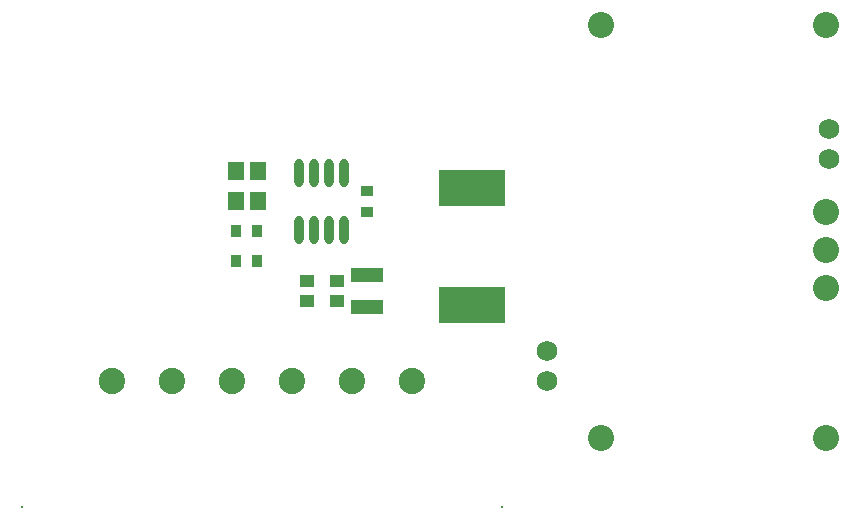
<source format=gts>
G04 Layer_Color=8388736*
%FSLAX25Y25*%
%MOIN*%
G70*
G01*
G75*
%ADD40R,0.04540X0.03950*%
%ADD41R,0.11036X0.05131*%
%ADD42R,0.05328X0.06312*%
%ADD43R,0.03753X0.04343*%
%ADD44R,0.22060X0.12217*%
%ADD45O,0.03162X0.09461*%
%ADD46R,0.04343X0.03753*%
%ADD47C,0.00800*%
%ADD48C,0.06800*%
%ADD49C,0.08674*%
%ADD50C,0.08792*%
D40*
X125000Y98347D02*
D03*
Y91654D02*
D03*
X115000Y98347D02*
D03*
Y91654D02*
D03*
D41*
X135000Y89685D02*
D03*
Y100315D02*
D03*
D42*
X98642Y135000D02*
D03*
X91358D02*
D03*
X98642Y125000D02*
D03*
X91358D02*
D03*
D43*
X91555Y115000D02*
D03*
X98445D02*
D03*
X91555Y105000D02*
D03*
X98445D02*
D03*
D44*
X170000Y90512D02*
D03*
Y129488D02*
D03*
D45*
X112500Y115551D02*
D03*
X117500D02*
D03*
X122500D02*
D03*
X127500D02*
D03*
X112500Y134449D02*
D03*
X117500D02*
D03*
X122500D02*
D03*
X127500D02*
D03*
D46*
X135000Y128445D02*
D03*
Y121555D02*
D03*
D47*
X180000Y23000D02*
D03*
X20000D02*
D03*
D48*
X289000Y149000D02*
D03*
Y139000D02*
D03*
X195000Y65000D02*
D03*
Y75000D02*
D03*
D49*
X288268Y108780D02*
D03*
Y121299D02*
D03*
Y96181D02*
D03*
Y46181D02*
D03*
Y183819D02*
D03*
X213268D02*
D03*
Y46181D02*
D03*
D50*
X130000Y65000D02*
D03*
X110000D02*
D03*
X90000D02*
D03*
X70000D02*
D03*
X50000D02*
D03*
X150000D02*
D03*
M02*

</source>
